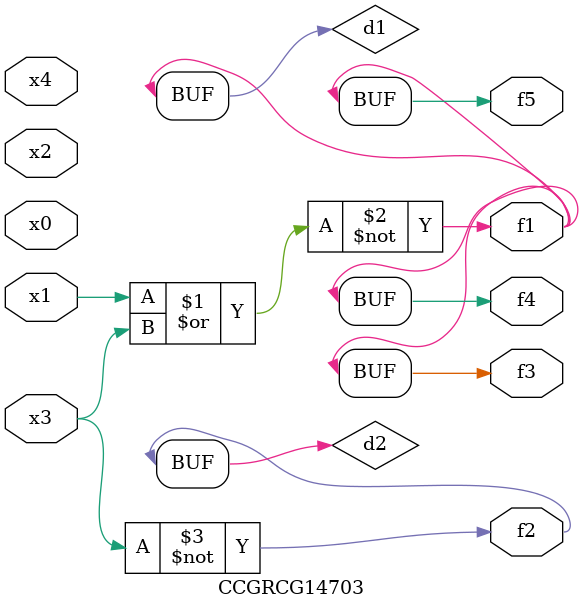
<source format=v>
module CCGRCG14703(
	input x0, x1, x2, x3, x4,
	output f1, f2, f3, f4, f5
);

	wire d1, d2;

	nor (d1, x1, x3);
	not (d2, x3);
	assign f1 = d1;
	assign f2 = d2;
	assign f3 = d1;
	assign f4 = d1;
	assign f5 = d1;
endmodule

</source>
